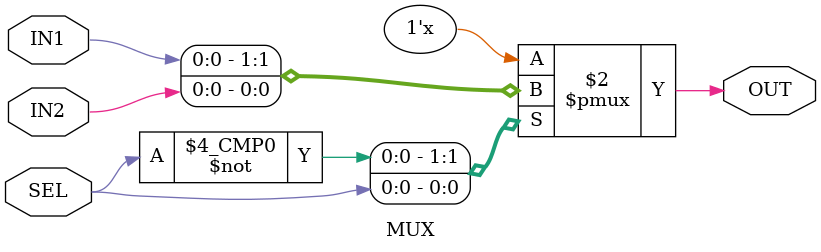
<source format=v>
`timescale 1ns / 1ps

module MUX(IN1 , IN2 , SEL , OUT);
parameter N = 1;
input [N-1 : 0] IN1 , IN2 ;
input SEL;
output reg [N-1 : 0] OUT;


always @(IN1 or IN2 or SEL)
begin
	case (SEL)
		1'b0 : OUT = IN1;
		1'b1 : OUT = IN2;
	endcase
end

endmodule

</source>
